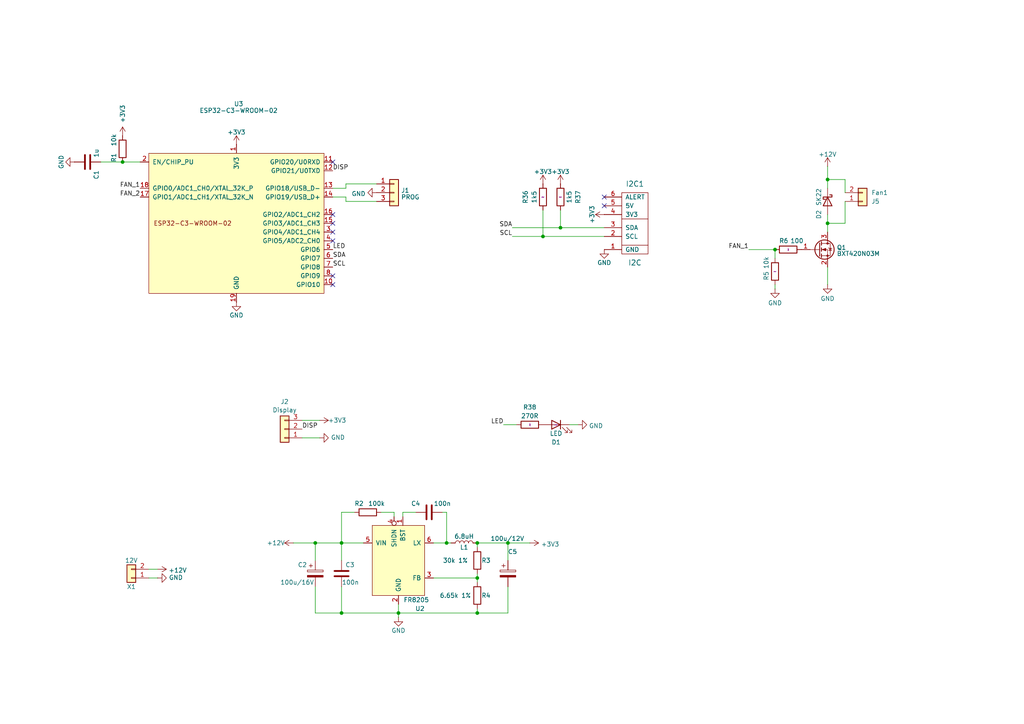
<source format=kicad_sch>
(kicad_sch (version 20231120) (generator "eeschema") (generator_version "8.0")
  (paper "A4")
  (lib_symbols
    (symbol "Connector_Generic:Conn_01x02" (pin_names (offset 1.016) hide)
      (property "Reference" "J" (at 0 2.54 0))
      (property "Value" "Conn_01x02" (at 0 -5.08 0))
      (symbol "Conn_01x02_1_1"
        (rectangle (start -1.27 -2.413) (end 0 -2.667) (stroke (width 0.1524)))
        (rectangle (start -1.27 0.127) (end 0 -0.127) (stroke (width 0.1524)))
        (rectangle (start -1.27 1.27) (end 1.27 -3.81) (stroke (width 0.254)) (fill (type background)))
        (pin passive line (at -5.08 0 0) (length 3.81) (name "Pin_1") (number "1"))
        (pin passive line (at -5.08 -2.54 0) (length 3.81) (name "Pin_2") (number "2"))
      )
    )
    (symbol "Connector_Generic:Conn_01x03" (pin_names (offset 1.016) hide)
      (property "Reference" "J" (at 0 5.08 0))
      (property "Value" "Conn_01x03" (at 0 -5.08 0))
      (symbol "Conn_01x03_1_1"
        (rectangle (start -1.27 -2.413) (end 0 -2.667) (stroke (width 0.1524)))
        (rectangle (start -1.27 0.127) (end 0 -0.127) (stroke (width 0.1524)))
        (rectangle (start -1.27 2.667) (end 0 2.413) (stroke (width 0.1524)))
        (rectangle (start -1.27 3.81) (end 1.27 -3.81) (stroke (width 0.254)) (fill (type background)))
        (pin passive line (at -5.08 2.54 0) (length 3.81) (name "Pin_1") (number "1"))
        (pin passive line (at -5.08 0 0) (length 3.81) (name "Pin_2") (number "2"))
        (pin passive line (at -5.08 -2.54 0) (length 3.81) (name "Pin_3") (number "3"))
      )
    )
    (symbol "Device:C" (pin_numbers hide) (pin_names (offset 0.254))
      (property "Reference" "C" (at 0.635 2.54 0))
      (property "Value" "C" (at 0.635 -2.54 0))
      (symbol "C_0_1"
        (polyline (pts (xy -2.032 -0.762) (xy 2.032 -0.762)) (stroke (width 0.508)))
        (polyline (pts (xy -2.032 0.762) (xy 2.032 0.762)) (stroke (width 0.508)))
      )
      (symbol "C_1_1"
        (pin passive line (at 0 3.81 270) (length 2.794) (name "~") (number "1"))
        (pin passive line (at 0 -3.81 90) (length 2.794) (name "~") (number "2"))
      )
    )
    (symbol "Device:C_Polarized" (pin_numbers hide) (pin_names (offset 0.254))
      (property "Reference" "C" (at 0.635 2.54 0))
      (property "Value" "C_Polarized" (at 0.635 -2.54 0))
      (symbol "C_Polarized_0_1"
        (rectangle (start -2.286 0.508) (end 2.286 1.016))
        (polyline (pts (xy -1.778 2.286) (xy -0.762 2.286)))
        (polyline (pts (xy -1.27 2.794) (xy -1.27 1.778)))
        (rectangle (start 2.286 -0.508) (end -2.286 -1.016) (fill (type outline)))
      )
      (symbol "C_Polarized_1_1"
        (pin passive line (at 0 3.81 270) (length 2.794) (name "~") (number "1"))
        (pin passive line (at 0 -3.81 90) (length 2.794) (name "~") (number "2"))
      )
    )
    (symbol "Device:D_Schottky" (pin_numbers hide) (pin_names (offset 1.016) hide)
      (property "Reference" "D" (at 0 2.54 0))
      (property "Value" "D_Schottky" (at 0 -2.54 0))
      (symbol "D_Schottky_0_1"
        (polyline (pts (xy 1.27 0) (xy -1.27 0)))
        (polyline (pts (xy 1.27 1.27) (xy 1.27 -1.27) (xy -1.27 0) (xy 1.27 1.27)) (stroke (width 0.254)))
        (polyline (pts (xy -1.905 0.635) (xy -1.905 1.27) (xy -1.27 1.27) (xy -1.27 -1.27) (xy -0.635 -1.27) (xy -0.635 -0.635)) (stroke (width 0.254)))
      )
      (symbol "D_Schottky_1_1"
        (pin passive line (at -3.81 0 0) (length 2.54) (name "K") (number "1"))
        (pin passive line (at 3.81 0 180) (length 2.54) (name "A") (number "2"))
      )
    )
    (symbol "Device:L" (pin_numbers hide) (pin_names (offset 1.016) hide)
      (property "Reference" "L" (at -1.27 0 90))
      (property "Value" "L" (at 1.905 0 90))
      (symbol "L_0_1"
        (arc (start 0 -2.54) (mid 0.6323 -1.905) (end 0 -1.27))
        (arc (start 0 -1.27) (mid 0.6323 -0.635) (end 0 0))
        (arc (start 0 0) (mid 0.6323 0.635) (end 0 1.27))
        (arc (start 0 1.27) (mid 0.6323 1.905) (end 0 2.54))
      )
      (symbol "L_1_1"
        (pin passive line (at 0 3.81 270) (length 1.27) (name "1") (number "1"))
        (pin passive line (at 0 -3.81 90) (length 1.27) (name "2") (number "2"))
      )
    )
    (symbol "Device:LED" (pin_numbers hide) (pin_names (offset 1.016) hide)
      (property "Reference" "D" (at 0 2.54 0))
      (property "Value" "LED" (at 0 -2.54 0))
      (symbol "LED_0_1"
        (polyline (pts (xy -1.27 -1.27) (xy -1.27 1.27)) (stroke (width 0.254)))
        (polyline (pts (xy -1.27 0) (xy 1.27 0)))
        (polyline (pts (xy 1.27 -1.27) (xy 1.27 1.27) (xy -1.27 0) (xy 1.27 -1.27)) (stroke (width 0.254)))
        (polyline (pts (xy -3.048 -0.762) (xy -4.572 -2.286) (xy -3.81 -2.286) (xy -4.572 -2.286) (xy -4.572 -1.524)))
        (polyline (pts (xy -1.778 -0.762) (xy -3.302 -2.286) (xy -2.54 -2.286) (xy -3.302 -2.286) (xy -3.302 -1.524)))
      )
      (symbol "LED_1_1"
        (pin passive line (at -3.81 0 0) (length 2.54) (name "K") (number "1"))
        (pin passive line (at 3.81 0 180) (length 2.54) (name "A") (number "2"))
      )
    )
    (symbol "Device:R" (pin_numbers hide) (pin_names (offset 0))
      (property "Reference" "R" (at 2.032 0 90))
      (property "Value" "R" (at 0 0 90))
      (symbol "R_0_1"
        (rectangle (start -1.016 -2.54) (end 1.016 2.54) (stroke (width 0.254)))
      )
      (symbol "R_1_1"
        (pin passive line (at 0 3.81 270) (length 1.27) (name "~") (number "1"))
        (pin passive line (at 0 -3.81 90) (length 1.27) (name "~") (number "2"))
      )
    )
    (symbol "Drake:FR8205" (pin_names (offset 1.016))
      (property "Reference" "U" (at 6.35 13.97 0))
      (property "Value" "FR8205" (at 5.08 -8.89 0))
      (symbol "FR8205_0_1"
        (rectangle (start 7.62 -7.62) (end -7.62 12.7) (fill (type background)))
      )
      (symbol "FR8205_1_1"
        (pin bidirectional line (at 1.27 15.24 270) (length 2.54) (name "BST") (number "1"))
        (pin power_in line (at 0 -10.16 90) (length 2.54) (name "GND") (number "2"))
        (pin input line (at 10.16 -2.54 180) (length 2.54) (name "FB") (number "3"))
        (pin input inverted (at -1.27 15.24 270) (length 2.54) (name "SHDN") (number "4"))
        (pin power_in line (at -10.16 7.62 0) (length 2.54) (name "VIN") (number "5"))
        (pin power_out line (at 10.16 7.62 180) (length 2.54) (name "LX") (number "6"))
      )
    )
    (symbol "Drake:I2C-6P" (pin_names (offset 1.016))
      (property "Reference" "X" (at 0 12.7 0))
      (property "Value" "I2C-6P" (at 0 -8.89 0))
      (symbol "I2C-6P_0_1"
        (polyline (pts (xy 3.81 -3.81) (xy -3.81 -3.81)))
        (polyline (pts (xy 3.81 3.81) (xy -3.81 3.81)))
        (rectangle (start 3.81 11.43) (end -3.81 -6.35))
      )
      (symbol "I2C-6P_1_1"
        (pin power_in line (at 8.89 -5.08 180) (length 5.08) (name "GND") (number "1"))
        (pin open_collector line (at 8.89 -1.27 180) (length 5.08) (name "SCL") (number "2"))
        (pin open_collector line (at 8.89 1.27 180) (length 5.08) (name "SDA") (number "3"))
        (pin power_in line (at 8.89 5.08 180) (length 5.08) (name "3V3") (number "4"))
        (pin power_in line (at 8.89 7.62 180) (length 5.08) (name "5V") (number "5"))
        (pin open_collector line (at 8.89 10.16 180) (length 5.08) (name "ALERT") (number "6"))
      )
    )
    (symbol "Espressif:ESP32-C3-WROOM-02" (pin_names (offset 1.016))
      (property "Reference" "U" (at -25.4 25.4 0))
      (property "Value" "ESP32-C3-WROOM-02" (at -25.4 22.86 0))
      (symbol "ESP32-C3-WROOM-02_0_0"
        (text "ESP32-C3-WROOM-02" (at -12.7 0 0) (effects (font (size 1.27 1.27))))
      )
      (symbol "ESP32-C3-WROOM-02_0_1"
        (rectangle (start 25.4 20.32) (end -25.4 -20.32) (fill (type background)))
      )
      (symbol "ESP32-C3-WROOM-02_1_1"
        (pin power_in line (at 0 22.86 270) (length 2.54) (name "3V3") (number "1"))
        (pin bidirectional line (at 27.94 -17.78 180) (length 2.54) (name "GPIO10") (number "10"))
        (pin bidirectional line (at 27.94 17.78 180) (length 2.54) (name "GPIO20/U0RXD") (number "11"))
        (pin bidirectional line (at 27.94 15.24 180) (length 2.54) (name "GPIO21/U0TXD") (number "12"))
        (pin bidirectional line (at 27.94 10.16 180) (length 2.54) (name "GPIO18/USB_D-") (number "13"))
        (pin bidirectional line (at 27.94 7.62 180) (length 2.54) (name "GPIO19/USB_D+") (number "14"))
        (pin bidirectional line (at 27.94 0 180) (length 2.54) (name "GPIO3/ADC1_CH3") (number "15"))
        (pin bidirectional line (at 27.94 2.54 180) (length 2.54) (name "GPIO2/ADC1_CH2") (number "16"))
        (pin bidirectional line (at -27.94 7.62 0) (length 2.54) (name "GPIO1/ADC1_CH1/XTAL_32K_N") (number "17"))
        (pin bidirectional line (at -27.94 10.16 0) (length 2.54) (name "GPIO0/ADC1_CH0/XTAL_32K_P") (number "18"))
        (pin power_in line (at 0 -22.86 90) (length 2.54) (name "GND") (number "19"))
        (pin input line (at -27.94 17.78 0) (length 2.54) (name "EN/CHIP_PU") (number "2"))
        (pin bidirectional line (at 27.94 -2.54 180) (length 2.54) (name "GPIO4/ADC1_CH4") (number "3"))
        (pin bidirectional line (at 27.94 -5.08 180) (length 2.54) (name "GPIO5/ADC2_CH0") (number "4"))
        (pin bidirectional line (at 27.94 -7.62 180) (length 2.54) (name "GPIO6") (number "5"))
        (pin bidirectional line (at 27.94 -10.16 180) (length 2.54) (name "GPIO7") (number "6"))
        (pin bidirectional line (at 27.94 -12.7 180) (length 2.54) (name "GPIO8") (number "7"))
        (pin bidirectional line (at 27.94 -15.24 180) (length 2.54) (name "GPIO9") (number "8"))
        (pin passive line (at 0 -22.86 90) (length 2.54) hide (name "GND") (number "9"))
      )
    )
    (symbol "Transistor_FET:AO3400A" (pin_names hide)
      (property "Reference" "Q" (at 5.08 1.905 0))
      (property "Value" "AO3400A" (at 5.08 0 0))
      (symbol "AO3400A_0_1"
        (polyline (pts (xy 0.254 0) (xy -2.54 0)))
        (polyline (pts (xy 0.254 1.905) (xy 0.254 -1.905)) (stroke (width 0.254)))
        (polyline (pts (xy 0.762 -1.27) (xy 0.762 -2.286)) (stroke (width 0.254)))
        (polyline (pts (xy 0.762 0.508) (xy 0.762 -0.508)) (stroke (width 0.254)))
        (polyline (pts (xy 0.762 2.286) (xy 0.762 1.27)) (stroke (width 0.254)))
        (polyline (pts (xy 2.54 2.54) (xy 2.54 1.778)))
        (polyline (pts (xy 2.54 -2.54) (xy 2.54 0) (xy 0.762 0)))
        (polyline (pts (xy 0.762 -1.778) (xy 3.302 -1.778) (xy 3.302 1.778) (xy 0.762 1.778)))
        (polyline (pts (xy 1.016 0) (xy 2.032 0.381) (xy 2.032 -0.381) (xy 1.016 0)) (fill (type outline)))
        (polyline (pts (xy 2.794 0.508) (xy 2.921 0.381) (xy 3.683 0.381) (xy 3.81 0.254)))
        (polyline (pts (xy 3.302 0.381) (xy 2.921 -0.254) (xy 3.683 -0.254) (xy 3.302 0.381)))
        (circle (center 1.651 0) (radius 2.794) (stroke (width 0.254)))
        (circle (center 2.54 -1.778) (radius 0.254) (fill (type outline)))
        (circle (center 2.54 1.778) (radius 0.254) (fill (type outline)))
      )
      (symbol "AO3400A_1_1"
        (pin input line (at -5.08 0 0) (length 2.54) (name "G") (number "1"))
        (pin passive line (at 2.54 -5.08 90) (length 2.54) (name "S") (number "2"))
        (pin passive line (at 2.54 5.08 270) (length 2.54) (name "D") (number "3"))
      )
    )
    (symbol "power:+12V" (power) (pin_numbers hide) (pin_names (offset 0) hide)
      (property "Value" "+12V" (at 0 3.556 0))
      (symbol "+12V_0_1"
        (polyline (pts (xy -0.762 1.27) (xy 0 2.54)))
        (polyline (pts (xy 0 0) (xy 0 2.54)))
        (polyline (pts (xy 0 2.54) (xy 0.762 1.27)))
      )
      (symbol "+12V_1_1"
        (pin power_in line (at 0 0 90) (length 0) (name "~") (number "1"))
      )
    )
    (symbol "power:+3.3V" (power) (pin_numbers hide) (pin_names (offset 0) hide)
      (property "Value" "+3.3V" (at 0 3.556 0))
      (symbol "+3.3V_0_1"
        (polyline (pts (xy -0.762 1.27) (xy 0 2.54)))
        (polyline (pts (xy 0 0) (xy 0 2.54)))
        (polyline (pts (xy 0 2.54) (xy 0.762 1.27)))
      )
      (symbol "+3.3V_1_1"
        (pin power_in line (at 0 0 90) (length 0) (name "~") (number "1"))
      )
    )
    (symbol "power:+3V3" (power) (pin_numbers hide) (pin_names (offset 0) hide)
      (property "Value" "+3V3" (at 0 3.556 0))
      (symbol "+3V3_0_1"
        (polyline (pts (xy -0.762 1.27) (xy 0 2.54)))
        (polyline (pts (xy 0 0) (xy 0 2.54)))
        (polyline (pts (xy 0 2.54) (xy 0.762 1.27)))
      )
      (symbol "+3V3_1_1"
        (pin power_in line (at 0 0 90) (length 0) (name "~") (number "1"))
      )
    )
    (symbol "power:GND" (power) (pin_numbers hide) (pin_names (offset 0) hide)
      (property "Value" "GND" (at 0 -3.81 0))
      (symbol "GND_0_1"
        (polyline (pts (xy 0 0) (xy 0 -1.27) (xy 1.27 -1.27) (xy 0 -2.54) (xy -1.27 -1.27) (xy 0 -1.27)))
      )
      (symbol "GND_1_1"
        (pin power_in line (at 0 0 270) (length 0) (name "~") (number "1"))
      )
    )
  )
  (junction (at 99.06 157.48))
  (junction (at 115.57 177.8))
  (junction (at 138.43 177.8))
  (junction (at 240.03 52.07))
  (junction (at 224.79 72.39))
  (junction (at 147.32 157.48))
  (junction (at 162.56 66.04))
  (junction (at 138.43 157.48))
  (junction (at 99.06 177.8))
  (junction (at 129.54 157.48))
  (junction (at 157.48 68.58))
  (junction (at 91.44 157.48))
  (junction (at 35.56 46.99))
  (junction (at 240.03 64.77))
  (junction (at 138.43 167.64))
  (no_connect (at 96.52 82.55))
  (no_connect (at 96.52 46.99))
  (no_connect (at 96.52 64.77))
  (no_connect (at 96.52 62.23))
  (no_connect (at 175.26 59.69))
  (no_connect (at 96.52 80.01))
  (no_connect (at 175.26 57.15))
  (no_connect (at 96.52 67.31))
  (no_connect (at 96.52 69.85))
  (wire (pts (xy 91.44 170.18) (xy 91.44 177.8)))
  (wire (pts (xy 148.59 66.04) (xy 162.56 66.04)))
  (wire (pts (xy 147.32 157.48) (xy 153.67 157.48)))
  (wire (pts (xy 125.73 167.64) (xy 138.43 167.64)))
  (wire (pts (xy 91.44 177.8) (xy 99.06 177.8)))
  (wire (pts (xy 138.43 176.53) (xy 138.43 177.8)))
  (wire (pts (xy 115.57 177.8) (xy 138.43 177.8)))
  (wire (pts (xy 99.06 162.56) (xy 99.06 157.48)))
  (wire (pts (xy 43.18 167.64) (xy 45.72 167.64)))
  (wire (pts (xy 100.33 58.42) (xy 109.22 58.42)))
  (wire (pts (xy 43.18 165.1) (xy 45.72 165.1)))
  (wire (pts (xy 157.48 60.96) (xy 157.48 68.58)))
  (wire (pts (xy 157.48 68.58) (xy 175.26 68.58)))
  (wire (pts (xy 147.32 177.8) (xy 138.43 177.8)))
  (wire (pts (xy 240.03 64.77) (xy 240.03 67.31)))
  (wire (pts (xy 99.06 170.18) (xy 99.06 177.8)))
  (wire (pts (xy 92.71 127) (xy 87.63 127)))
  (wire (pts (xy 138.43 157.48) (xy 147.32 157.48)))
  (wire (pts (xy 110.49 148.59) (xy 114.3 148.59)))
  (wire (pts (xy 217.17 72.39) (xy 224.79 72.39)))
  (wire (pts (xy 115.57 175.26) (xy 115.57 177.8)))
  (wire (pts (xy 147.32 162.56) (xy 147.32 157.48)))
  (wire (pts (xy 100.33 57.15) (xy 100.33 58.42)))
  (wire (pts (xy 102.87 148.59) (xy 99.06 148.59)))
  (wire (pts (xy 35.56 46.99) (xy 40.64 46.99)))
  (wire (pts (xy 147.32 170.18) (xy 147.32 177.8)))
  (wire (pts (xy 245.11 58.42) (xy 245.11 64.77)))
  (wire (pts (xy 240.03 64.77) (xy 245.11 64.77)))
  (wire (pts (xy 99.06 148.59) (xy 99.06 157.48)))
  (wire (pts (xy 240.03 82.55) (xy 240.03 77.47)))
  (wire (pts (xy 240.03 62.23) (xy 240.03 64.77)))
  (wire (pts (xy 138.43 167.64) (xy 138.43 168.91)))
  (wire (pts (xy 165.1 123.19) (xy 167.64 123.19)))
  (wire (pts (xy 129.54 157.48) (xy 130.81 157.48)))
  (wire (pts (xy 29.21 46.99) (xy 35.56 46.99)))
  (wire (pts (xy 224.79 72.39) (xy 224.79 74.93)))
  (wire (pts (xy 125.73 157.48) (xy 129.54 157.48)))
  (wire (pts (xy 148.59 68.58) (xy 157.48 68.58)))
  (wire (pts (xy 115.57 179.07) (xy 115.57 177.8)))
  (wire (pts (xy 146.05 123.19) (xy 149.86 123.19)))
  (wire (pts (xy 91.44 157.48) (xy 99.06 157.48)))
  (wire (pts (xy 240.03 48.26) (xy 240.03 52.07)))
  (wire (pts (xy 114.3 148.59) (xy 114.3 149.86)))
  (wire (pts (xy 129.54 157.48) (xy 129.54 148.59)))
  (wire (pts (xy 129.54 148.59) (xy 128.27 148.59)))
  (wire (pts (xy 116.84 148.59) (xy 120.65 148.59)))
  (wire (pts (xy 99.06 177.8) (xy 115.57 177.8)))
  (wire (pts (xy 87.63 121.92) (xy 92.71 121.92)))
  (wire (pts (xy 138.43 167.64) (xy 138.43 166.37)))
  (wire (pts (xy 240.03 52.07) (xy 245.11 52.07)))
  (wire (pts (xy 99.06 157.48) (xy 105.41 157.48)))
  (wire (pts (xy 85.09 157.48) (xy 91.44 157.48)))
  (wire (pts (xy 96.52 54.61) (xy 100.33 54.61)))
  (wire (pts (xy 162.56 66.04) (xy 175.26 66.04)))
  (wire (pts (xy 96.52 57.15) (xy 100.33 57.15)))
  (wire (pts (xy 91.44 162.56) (xy 91.44 157.48)))
  (wire (pts (xy 138.43 158.75) (xy 138.43 157.48)))
  (wire (pts (xy 245.11 52.07) (xy 245.11 55.88)))
  (wire (pts (xy 224.79 82.55) (xy 224.79 83.82)))
  (wire (pts (xy 162.56 60.96) (xy 162.56 66.04)))
  (wire (pts (xy 100.33 53.34) (xy 109.22 53.34)))
  (wire (pts (xy 116.84 149.86) (xy 116.84 148.59)))
  (wire (pts (xy 100.33 54.61) (xy 100.33 53.34)))
  (wire (pts (xy 240.03 52.07) (xy 240.03 54.61)))
  (label "FAN_1" (at 40.64 54.61 180))
  (label "DISP" (at 87.63 124.46 0))
  (label "SCL" (at 148.59 68.58 180))
  (label "LED" (at 146.05 123.19 180))
  (label "SDA" (at 96.52 74.93 0))
  (label "DISP" (at 96.52 49.53 0))
  (label "LED" (at 96.52 72.39 0))
  (label "SDA" (at 148.59 66.04 180))
  (label "FAN_2" (at 40.64 57.15 180))
  (label "SCL" (at 96.52 77.47 0))
  (label "FAN_1" (at 217.17 72.39 180))
  (symbol (lib_id "Device:R") (at 153.67 123.19 90) (unit 1)
    (property "Reference" "R38" (at 153.67 118.11 90))
    (property "Value" "270R" (at 153.67 120.65 90))
    (property "Footprint" "Resistor_SMD:R_0805_2012Metric_Pad1.20x1.40mm_HandSolder" (effects (hide yes)))
    (property "Datasheet" "~" (at 153.67 123.19 0))
    (property "Description" "Resistor" (effects (hide yes)))
  )
  (symbol (lib_id "Device:LED") (at 161.29 123.19 0) (mirror y) (unit 1)
    (property "Reference" "D1" (at 161.29 128.27 0))
    (property "Value" "LED" (at 161.29 125.73 0))
    (property "Footprint" "LED_SMD:LED_0805_2012Metric_Pad1.15x1.40mm_HandSolder" (effects (hide yes)))
    (property "Datasheet" "~" (at 161.29 123.19 0))
    (property "Description" "Light emitting diode" (effects (hide yes)))
  )
  (symbol (lib_id "Device:R") (at 157.48 57.15 180) (unit 1)
    (property "Reference" "R36" (at 152.4 57.15 90))
    (property "Value" "1k5" (at 154.94 57.15 90))
    (property "Footprint" "Resistor_SMD:R_0805_2012Metric_Pad1.20x1.40mm_HandSolder" (effects (hide yes)))
    (property "Datasheet" "~" (at 157.48 57.15 0))
    (property "Description" "Resistor" (effects (hide yes)))
  )
  (symbol (lib_id "Device:R") (at 162.56 57.15 0) (unit 1)
    (property "Reference" "R37" (at 167.64 57.15 90))
    (property "Value" "1k5" (at 165.1 57.15 90))
    (property "Footprint" "Resistor_SMD:R_0805_2012Metric_Pad1.20x1.40mm_HandSolder" (effects (hide yes)))
    (property "Datasheet" "~" (at 162.56 57.15 0))
    (property "Description" "Resistor" (effects (hide yes)))
  )
  (symbol (lib_id "Drake:I2C-6P") (at 184.15 67.31 0) (mirror y) (unit 1)
    (property "Reference" "I2C1" (at 184.15 53.34 0) (effects (font (size 1.524 1.524))))
    (property "Value" "I2C" (at 184.15 76.2 0) (effects (font (size 1.524 1.524))))
    (property "Footprint" "Connector_IDC:IDC-Header_2x03_P2.54mm_Vertical" (effects (hide yes)))
  )
  (symbol (lib_id "power:GND") (at 175.26 72.39 0) (unit 1)
    (property "Reference" "#PWR023" (effects (hide yes)))
    (property "Value" "GND" (at 175.26 76.2 0))
    (property "Description" "Power symbol creates a global label with name \"GND\" , ground" (effects (hide yes)))
  )
  (symbol (lib_id "Connector_Generic:Conn_01x02") (at 38.1 167.64 180) (unit 1)
    (property "Reference" "X1" (at 38.1 170.18 0))
    (property "Value" "12V" (at 38.1 162.56 0))
    (property "Footprint" "Drake:DG235-3.81-02P" (effects (hide yes)))
    (property "Description" "Generic connector, single row, 01x02, script generated (kicad-library-utils/schlib/autogen/connector/)" (effects (hide yes)))
  )
  (symbol (lib_id "Device:C") (at 25.4 46.99 90) (unit 1)
    (property "Reference" "C1" (at 27.94 52.07 0) (effects (justify left)))
    (property "Value" "1u" (at 27.94 45.72 0) (effects (justify left)))
    (property "Footprint" "Capacitor_SMD:C_0805_2012Metric_Pad1.18x1.45mm_HandSolder" (effects (hide yes)))
    (property "Description" "Unpolarized capacitor" (effects (hide yes)))
  )
  (symbol (lib_id "power:+3V3") (at 35.56 39.37 0) (unit 1)
    (property "Reference" "#PWR03" (effects (hide yes)))
    (property "Value" "+3V3" (at 35.56 33.02 90))
    (property "Description" "Power symbol creates a global label with name \"+3V3\"" (effects (hide yes)))
  )
  (symbol (lib_id "power:+12V") (at 240.03 48.26 0) (unit 1)
    (property "Reference" "#PWR012" (effects (hide yes)))
    (property "Value" "+12V" (at 240.03 44.7771 0))
    (property "Description" "Power symbol creates a global label with name \"+12V\"" (effects (hide yes)))
  )
  (symbol (lib_id "Device:C") (at 124.46 148.59 90) (unit 1)
    (property "Reference" "C4" (at 121.92 146.05 90) (effects (justify left)))
    (property "Value" "100n" (at 130.81 146.05 90) (effects (justify left)))
    (property "Footprint" "Capacitor_SMD:C_0805_2012Metric_Pad1.18x1.45mm_HandSolder" (effects (hide yes)))
    (property "Description" "Unpolarized capacitor" (effects (hide yes)))
  )
  (symbol (lib_id "power:+3.3V") (at 175.26 62.23 90) (unit 1)
    (property "Reference" "#PWR022" (effects (hide yes)))
    (property "Value" "+3V3" (at 171.704 62.23 0))
    (property "Description" "Power symbol creates a global label with name \"+3.3V\"" (effects (hide yes)))
  )
  (symbol (lib_id "Device:L") (at 134.62 157.48 90) (unit 1)
    (property "Reference" "L1" (at 134.62 158.75 90))
    (property "Value" "6.8uH" (at 134.62 155.575 90))
    (property "Footprint" "Drake:CKCS6028" (effects (hide yes)))
    (property "Description" "Inductor" (effects (hide yes)))
  )
  (symbol (lib_id "Connector_Generic:Conn_01x02") (at 250.19 58.42 0) (mirror x) (unit 1)
    (property "Reference" "J5" (at 252.73 58.4201 0) (effects (justify left)))
    (property "Value" "Fan1" (at 252.73 55.8801 0) (effects (justify left)))
    (property "Footprint" "Drake:DG235-3.81-02P" (effects (hide yes)))
    (property "Description" "Generic connector, single row, 01x02, script generated (kicad-library-utils/schlib/autogen/connector/)" (effects (hide yes)))
  )
  (symbol (lib_id "power:+12V") (at 45.72 165.1 270) (unit 1)
    (property "Reference" "#PWR05" (effects (hide yes)))
    (property "Value" "+12V" (at 48.895 165.4168 90) (effects (justify left)))
    (property "Description" "Power symbol creates a global label with name \"+12V\"" (effects (hide yes)))
  )
  (symbol (lib_id "Device:D_Schottky") (at 240.03 58.42 270) (unit 1)
    (property "Reference" "D2" (at 237.49 62.23 0))
    (property "Value" "SK22" (at 237.49 57.15 0))
    (property "Footprint" "Diode_SMD:D_SMB_Handsoldering" (effects (hide yes)))
    (property "Description" "Schottky diode" (effects (hide yes)))
  )
  (symbol (lib_id "power:+3.3V") (at 68.58 41.91 0) (unit 1)
    (property "Reference" "#PWR04" (effects (hide yes)))
    (property "Value" "+3V3" (at 68.58 38.354 0))
    (property "Description" "Power symbol creates a global label with name \"+3.3V\"" (effects (hide yes)))
  )
  (symbol (lib_id "Transistor_FET:AO3400A") (at 237.49 72.39 0) (unit 1)
    (property "Reference" "Q1" (at 242.697 71.7955 0) (effects (justify left)))
    (property "Value" "BXT420N03M" (at 242.697 73.5577 0) (effects (justify left)))
    (property "Footprint" "Package_TO_SOT_SMD:SOT-23" (effects (hide yes)))
    (property "Datasheet" "http://www.aosmd.com/pdfs/datasheet/AO3400A.pdf" (effects (hide yes)))
    (property "Description" "30V Vds, 5.7A Id, N-Channel MOSFET, SOT-23" (effects (hide yes)))
  )
  (symbol (lib_id "Device:R") (at 228.6 72.39 90) (unit 1)
    (property "Reference" "R6" (at 227.33 69.85 90))
    (property "Value" "100" (at 231.14 69.85 90))
    (property "Footprint" "Resistor_SMD:R_0805_2012Metric_Pad1.20x1.40mm_HandSolder" (effects (hide yes)))
    (property "Datasheet" "~" (at 228.6 72.39 0))
    (property "Description" "Resistor" (effects (hide yes)))
  )
  (symbol (lib_id "Device:C_Polarized") (at 147.32 166.37 0) (unit 1)
    (property "Reference" "C5" (at 147.32 160.02 0) (effects (justify left)))
    (property "Value" "100u/12V" (at 142.24 156.21 0) (effects (justify left)))
    (property "Footprint" "Capacitor_SMD:CP_Elec_6.3x5.4" (effects (hide yes)))
    (property "Description" "Polarized capacitor" (effects (hide yes)))
  )
  (symbol (lib_id "power:GND") (at 21.59 46.99 270) (unit 1)
    (property "Reference" "#PWR01" (effects (hide yes)))
    (property "Value" "GND" (at 17.78 46.99 0))
    (property "Description" "Power symbol creates a global label with name \"GND\" , ground" (effects (hide yes)))
  )
  (symbol (lib_id "power:GND") (at 240.03 82.55 0) (unit 1)
    (property "Reference" "#PWR013" (effects (hide yes)))
    (property "Value" "GND" (at 240.03 86.6061 0))
    (property "Description" "Power symbol creates a global label with name \"GND\" , ground" (effects (hide yes)))
  )
  (symbol (lib_id "power:+3.3V") (at 157.48 53.34 0) (unit 1)
    (property "Reference" "#PWR019" (effects (hide yes)))
    (property "Value" "+3V3" (at 157.48 49.784 0))
    (property "Description" "Power symbol creates a global label with name \"+3.3V\"" (effects (hide yes)))
  )
  (symbol (lib_id "Espressif:ESP32-C3-WROOM-02") (at 68.58 64.77 0) (unit 1)
    (property "Reference" "U3" (at 69.215 30.1371 0))
    (property "Value" "ESP32-C3-WROOM-02" (at 69.215 32.0581 0))
    (property "Footprint" "Drake:ESP32-C3-WROOM-02-Handsolder" (effects (hide yes)))
    (property "Datasheet" "https://www.espressif.com/sites/default/files/documentation/esp32-c3-wroom-02_datasheet_en.pdf" (effects (hide yes)))
    (property "Description" "ESP32-C3-WROOM-02 is a general-purpose Wi-Fi and Bluetooth LE module. This module features a rich set of peripherals and high performance, which makes it an ideal choice for smart home, industrial automation, health care, consumer electronics, etc." (effects (hide yes)))
  )
  (symbol (lib_id "Device:R") (at 35.56 43.18 180) (unit 1)
    (property "Reference" "R1" (at 33.02 45.72 90))
    (property "Value" "10k" (at 33.02 40.64 90))
    (property "Footprint" "Resistor_SMD:R_0805_2012Metric_Pad1.20x1.40mm_HandSolder" (effects (hide yes)))
    (property "Description" "Resistor" (effects (hide yes)))
  )
  (symbol (lib_id "Device:R") (at 138.43 172.72 180) (unit 1)
    (property "Reference" "R4" (at 140.97 172.72 0))
    (property "Value" "6.65k 1%" (at 132.08 172.72 0))
    (property "Footprint" "Resistor_SMD:R_0805_2012Metric_Pad1.20x1.40mm_HandSolder" (effects (hide yes)))
    (property "Description" "Resistor" (effects (hide yes)))
  )
  (symbol (lib_id "power:GND") (at 68.58 87.63 0) (unit 1)
    (property "Reference" "#PWR08" (effects (hide yes)))
    (property "Value" "GND" (at 68.58 91.44 0))
    (property "Description" "Power symbol creates a global label with name \"GND\" , ground" (effects (hide yes)))
  )
  (symbol (lib_id "Device:R") (at 138.43 162.56 180) (unit 1)
    (property "Reference" "R3" (at 140.97 162.56 0))
    (property "Value" "30k 1%" (at 132.08 162.56 0))
    (property "Footprint" "Resistor_SMD:R_0805_2012Metric_Pad1.20x1.40mm_HandSolder" (effects (hide yes)))
    (property "Description" "Resistor" (effects (hide yes)))
  )
  (symbol (lib_id "power:GND") (at 45.72 167.64 90) (unit 1)
    (property "Reference" "#PWR06" (effects (hide yes)))
    (property "Value" "GND" (at 48.9712 167.513 90) (effects (justify right)))
    (property "Description" "Power symbol creates a global label with name \"GND\" , ground" (effects (hide yes)))
  )
  (symbol (lib_id "power:+12V") (at 85.09 157.48 90) (unit 1)
    (property "Reference" "#PWR02" (effects (hide yes)))
    (property "Value" "+12V" (at 80.01 157.48 90))
    (property "Description" "Power symbol creates a global label with name \"+12V\"" (effects (hide yes)))
  )
  (symbol (lib_id "Connector_Generic:Conn_01x03") (at 114.3 55.88 0) (unit 1)
    (property "Reference" "J1" (at 116.332 55.2363 0) (effects (justify left)))
    (property "Value" "PROG" (at 116.332 57.1573 0) (effects (justify left)))
    (property "Footprint" "Connector_PinHeader_2.54mm:PinHeader_1x03_P2.54mm_Vertical" (effects (hide yes)))
    (property "Description" "Generic connector, single row, 01x03, script generated (kicad-library-utils/schlib/autogen/connector/)" (effects (hide yes)))
  )
  (symbol (lib_id "Device:C") (at 99.06 166.37 180) (unit 1)
    (property "Reference" "C3" (at 102.87 163.83 0) (effects (justify left)))
    (property "Value" "100n" (at 104.14 168.91 0) (effects (justify left)))
    (property "Footprint" "Capacitor_SMD:C_0805_2012Metric_Pad1.18x1.45mm_HandSolder" (effects (hide yes)))
    (property "Description" "Unpolarized capacitor" (effects (hide yes)))
  )
  (symbol (lib_id "Device:R") (at 106.68 148.59 270) (unit 1)
    (property "Reference" "R2" (at 104.14 146.05 90))
    (property "Value" "100k" (at 109.22 146.05 90))
    (property "Footprint" "Resistor_SMD:R_0805_2012Metric_Pad1.20x1.40mm_HandSolder" (effects (hide yes)))
    (property "Description" "Resistor" (effects (hide yes)))
  )
  (symbol (lib_id "Drake:FR8205") (at 115.57 165.1 0) (unit 1)
    (property "Reference" "U2" (at 123.19 176.53 0) (effects (justify right)))
    (property "Value" "FR8205" (at 124.46 173.99 0) (effects (justify right)))
    (property "Footprint" "Package_TO_SOT_SMD:SOT-23-6" (effects (hide yes)))
    (property "Datasheet" "https://datasheet.lcsc.com/szlcsc/FR8205AS6CTR_C172765.pdf" (effects (hide yes)))
  )
  (symbol (lib_id "power:+3V3") (at 153.67 157.48 270) (unit 1)
    (property "Reference" "#PWR09" (effects (hide yes)))
    (property "Value" "+3V3" (at 156.9212 157.861 90) (effects (justify left)))
    (property "Description" "Power symbol creates a global label with name \"+3V3\"" (effects (hide yes)))
  )
  (symbol (lib_id "Device:R") (at 224.79 78.74 180) (unit 1)
    (property "Reference" "R5" (at 222.25 80.01 90))
    (property "Value" "10k" (at 222.25 76.2 90))
    (property "Footprint" "Resistor_SMD:R_0805_2012Metric_Pad1.20x1.40mm_HandSolder" (effects (hide yes)))
    (property "Datasheet" "~" (at 224.79 78.74 0))
    (property "Description" "Resistor" (effects (hide yes)))
  )
  (symbol (lib_id "power:+3.3V") (at 162.56 53.34 0) (unit 1)
    (property "Reference" "#PWR020" (effects (hide yes)))
    (property "Value" "+3V3" (at 162.56 49.784 0))
    (property "Description" "Power symbol creates a global label with name \"+3.3V\"" (effects (hide yes)))
  )
  (symbol (lib_id "Connector_Generic:Conn_01x03") (at 82.55 124.46 180) (unit 1)
    (property "Reference" "J2" (at 82.55 116.5057 0))
    (property "Value" "Display" (at 82.55 118.9299 0))
    (property "Footprint" "Connector_PinHeader_2.54mm:PinHeader_1x03_P2.54mm_Vertical" (effects (hide yes)))
    (property "Description" "Generic connector, single row, 01x03, script generated (kicad-library-utils/schlib/autogen/connector/)" (effects (hide yes)))
  )
  (symbol (lib_id "power:+3.3V") (at 92.71 121.92 270) (unit 1)
    (property "Reference" "#PWR029" (effects (hide yes)))
    (property "Value" "+3V3" (at 97.79 121.92 90))
    (property "Description" "Power symbol creates a global label with name \"+3.3V\"" (effects (hide yes)))
  )
  (symbol (lib_id "power:GND") (at 167.64 123.19 90) (unit 1)
    (property "Reference" "#PWR025" (effects (hide yes)))
    (property "Value" "GND" (at 170.815 123.5068 90) (effects (justify right)))
    (property "Description" "Power symbol creates a global label with name \"GND\" , ground" (effects (hide yes)))
  )
  (symbol (lib_id "power:GND") (at 109.22 55.88 270) (mirror x) (unit 1)
    (property "Reference" "#PWR010" (effects (hide yes)))
    (property "Value" "GND" (at 106.0451 56.1968 90) (effects (justify right)))
    (property "Description" "Power symbol creates a global label with name \"GND\" , ground" (effects (hide yes)))
  )
  (symbol (lib_id "power:GND") (at 115.57 179.07 0) (unit 1)
    (property "Reference" "#PWR07" (effects (hide yes)))
    (property "Value" "GND" (at 115.57 182.88 0))
    (property "Description" "Power symbol creates a global label with name \"GND\" , ground" (effects (hide yes)))
  )
  (symbol (lib_id "power:GND") (at 92.71 127 90) (unit 1)
    (property "Reference" "#PWR028" (effects (hide yes)))
    (property "Value" "GND" (at 95.9612 126.873 90) (effects (justify right)))
    (property "Description" "Power symbol creates a global label with name \"GND\" , ground" (effects (hide yes)))
  )
  (symbol (lib_id "power:GND") (at 224.79 83.82 0) (unit 1)
    (property "Reference" "#PWR011" (effects (hide yes)))
    (property "Value" "GND" (at 224.79 87.8761 0))
    (property "Description" "Power symbol creates a global label with name \"GND\" , ground" (effects (hide yes)))
  )
  (symbol (lib_id "Device:C_Polarized") (at 91.44 166.37 0) (unit 1)
    (property "Reference" "C2" (at 86.36 163.83 0) (effects (justify left)))
    (property "Value" "100u/16V" (at 81.28 168.91 0) (effects (justify left)))
    (property "Footprint" "Capacitor_SMD:CP_Elec_6.3x5.4" (effects (hide yes)))
    (property "Description" "Polarized capacitor" (effects (hide yes)))
  )
)
</source>
